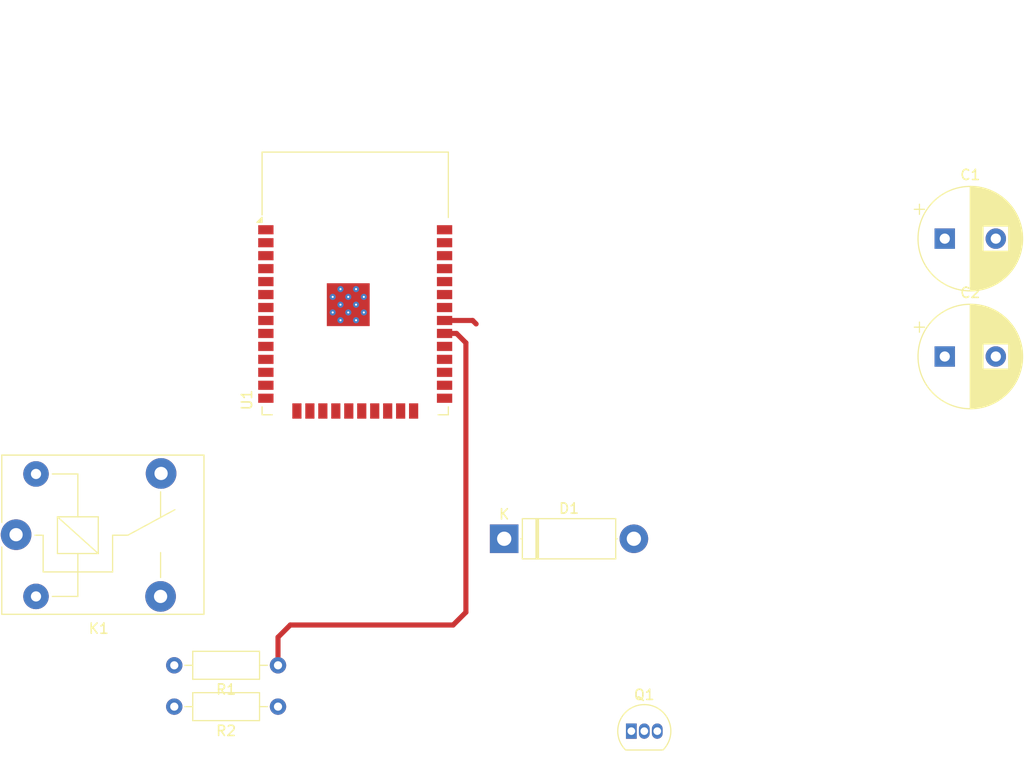
<source format=kicad_pcb>
(kicad_pcb (version 20240108) (generator "pcbnew") (generator_version "8.0")
  (layers (0 "F.Cu" signal) (31 "B.Cu" signal) (34 "B.Paste" user) (35 "F.Paste" user) (36 "B.SilkS" user "B.Silkscreen") (37 "F.SilkS" user "F.Silkscreen") (38 "B.Mask" user) (39 "F.Mask" user) (44 "Edge.Cuts" user))
  (net 0 "")
  (net 1 "5V")
  (net 2 "GND")
  (net 3 "VCC")
  (net 4 "NO")
  (net 5 "COM")
  (net 6 "IN")
  (net 7 "BASE")
  (net 8 "GPIO")
  (net 9 "GPIO2")
  (footprint "Capacitor_THT:CP_Radial_D10.0mm_P5.00mm" (layer "F.Cu") (at 139.694646 54.19)
    (property "Reference" "C2" (at 2.5 -6.25 0) (layer "F.SilkS"))
    (property "Value" "100nF")
    (fp_line (start -2.979646 -2.875) (end -1.979646 -2.875) (stroke (width 0.12)) (layer "F.SilkS"))
    (fp_line (start -2.479646 -3.375) (end -2.479646 -2.375) (stroke (width 0.12)) (layer "F.SilkS"))
    (fp_line (start 2.5 -5.08) (end 2.5 5.08) (stroke (width 0.12)) (layer "F.SilkS"))
    (fp_line (start 2.54 -5.08) (end 2.54 5.08) (stroke (width 0.12)) (layer "F.SilkS"))
    (fp_line (start 2.58 -5.08) (end 2.58 5.08) (stroke (width 0.12)) (layer "F.SilkS"))
    (fp_line (start 2.62 -5.079) (end 2.62 5.079) (stroke (width 0.12)) (layer "F.SilkS"))
    (fp_line (start 2.66 -5.078) (end 2.66 5.078) (stroke (width 0.12)) (layer "F.SilkS"))
    (fp_line (start 2.7 -5.077) (end 2.7 5.077) (stroke (width 0.12)) (layer "F.SilkS"))
    (fp_line (start 2.74 -5.075) (end 2.74 5.075) (stroke (width 0.12)) (layer "F.SilkS"))
    (fp_line (start 2.78 -5.073) (end 2.78 5.073) (stroke (width 0.12)) (layer "F.SilkS"))
    (fp_line (start 2.82 -5.07) (end 2.82 5.07) (stroke (width 0.12)) (layer "F.SilkS"))
    (fp_line (start 2.86 -5.068) (end 2.86 5.068) (stroke (width 0.12)) (layer "F.SilkS"))
    (fp_line (start 2.9 -5.065) (end 2.9 5.065) (stroke (width 0.12)) (layer "F.SilkS"))
    (fp_line (start 2.94 -5.062) (end 2.94 5.062) (stroke (width 0.12)) (layer "F.SilkS"))
    (fp_line (start 2.98 -5.058) (end 2.98 5.058) (stroke (width 0.12)) (layer "F.SilkS"))
    (fp_line (start 3.02 -5.054) (end 3.02 5.054) (stroke (width 0.12)) (layer "F.SilkS"))
    (fp_line (start 3.06 -5.05) (end 3.06 5.05) (stroke (width 0.12)) (layer "F.SilkS"))
    (fp_line (start 3.1 -5.045) (end 3.1 5.045) (stroke (width 0.12)) (layer "F.SilkS"))
    (fp_line (start 3.14 -5.04) (end 3.14 5.04) (stroke (width 0.12)) (layer "F.SilkS"))
    (fp_line (start 3.18 -5.035) (end 3.18 5.035) (stroke (width 0.12)) (layer "F.SilkS"))
    (fp_line (start 3.221 -5.03) (end 3.221 5.03) (stroke (width 0.12)) (layer "F.SilkS"))
    (fp_line (start 3.261 -5.024) (end 3.261 5.024) (stroke (width 0.12)) (layer "F.SilkS"))
    (fp_line (start 3.301 -5.018) (end 3.301 5.018) (stroke (width 0.12)) (layer "F.SilkS"))
    (fp_line (start 3.341 -5.011) (end 3.341 5.011) (stroke (width 0.12)) (layer "F.SilkS"))
    (fp_line (start 3.381 -5.004) (end 3.381 5.004) (stroke (width 0.12)) (layer "F.SilkS"))
    (fp_line (start 3.421 -4.997) (end 3.421 4.997) (stroke (width 0.12)) (layer "F.SilkS"))
    (fp_line (start 3.461 -4.99) (end 3.461 4.99) (stroke (width 0.12)) (layer "F.SilkS"))
    (fp_line (start 3.501 -4.982) (end 3.501 4.982) (stroke (width 0.12)) (layer "F.SilkS"))
    (fp_line (start 3.541 -4.974) (end 3.541 4.974) (stroke (width 0.12)) (layer "F.SilkS"))
    (fp_line (start 3.581 -4.965) (end 3.581 4.965) (stroke (width 0.12)) (layer "F.SilkS"))
    (fp_line (start 3.621 -4.956) (end 3.621 4.956) (stroke (width 0.12)) (layer "F.SilkS"))
    (fp_line (start 3.661 -4.947) (end 3.661 4.947) (stroke (width 0.12)) (layer "F.SilkS"))
    (fp_line (start 3.701 -4.938) (end 3.701 4.938) (stroke (width 0.12)) (layer "F.SilkS"))
    (fp_line (start 3.741 -4.928) (end 3.741 4.928) (stroke (width 0.12)) (layer "F.SilkS"))
    (fp_line (start 3.781 -4.918) (end 3.781 -1.241) (stroke (width 0.12)) (layer "F.SilkS"))
    (fp_line (start 3.781 1.241) (end 3.781 4.918) (stroke (width 0.12)) (layer "F.SilkS"))
    (fp_line (start 3.821 -4.907) (end 3.821 -1.241) (stroke (width 0.12)) (layer "F.SilkS"))
    (fp_line (start 3.821 1.241) (end 3.821 4.907) (stroke (width 0.12)) (layer "F.SilkS"))
    (fp_line (start 3.861 -4.897) (end 3.861 -1.241) (stroke (width 0.12)) (layer "F.SilkS"))
    (fp_line (start 3.861 1.241) (end 3.861 4.897) (stroke (width 0.12)) (layer "F.SilkS"))
    (fp_line (start 3.901 -4.885) (end 3.901 -1.241) (stroke (width 0.12)) (layer "F.SilkS"))
    (fp_line (start 3.901 1.241) (end 3.901 4.885) (stroke (width 0.12)) (layer "F.SilkS"))
    (fp_line (start 3.941 -4.874) (end 3.941 -1.241) (stroke (width 0.12)) (layer "F.SilkS"))
    (fp_line (start 3.941 1.241) (end 3.941 4.874) (stroke (width 0.12)) (layer "F.SilkS"))
    (fp_line (start 3.981 -4.862) (end 3.981 -1.241) (stroke (width 0.12)) (layer "F.SilkS"))
    (fp_line (start 3.981 1.241) (end 3.981 4.862) (stroke (width 0.12)) (layer "F.SilkS"))
    (fp_line (start 4.021 -4.85) (end 4.021 -1.241) (stroke (width 0.12)) (layer "F.SilkS"))
    (fp_line (start 4.021 1.241) (end 4.021 4.85) (stroke (width 0.12)) (layer "F.SilkS"))
    (fp_line (start 4.061 -4.837) (end 4.061 -1.241) (stroke (width 0.12)) (layer "F.SilkS"))
    (fp_line (start 4.061 1.241) (end 4.061 4.837) (stroke (width 0.12)) (layer "F.SilkS"))
    (fp_line (start 4.101 -4.824) (end 4.101 -1.241) (stroke (width 0.12)) (layer "F.SilkS"))
    (fp_line (start 4.101 1.241) (end 4.101 4.824) (stroke (width 0.12)) (layer "F.SilkS"))
    (fp_line (start 4.141 -4.811) (end 4.141 -1.241) (stroke (width 0.12)) (layer "F.SilkS"))
    (fp_line (start 4.141 1.241) (end 4.141 4.811) (stroke (width 0.12)) (layer "F.SilkS"))
    (fp_line (start 4.181 -4.797) (end 4.181 -1.241) (stroke (width 0.12)) (layer "F.SilkS"))
    (fp_line (start 4.181 1.241) (end 4.181 4.797) (stroke (width 0.12)) (layer "F.SilkS"))
    (fp_line (start 4.221 -4.783) (end 4.221 -1.241) (stroke (width 0.12)) (layer "F.SilkS"))
    (fp_line (start 4.221 1.241) (end 4.221 4.783) (stroke (width 0.12)) (layer "F.SilkS"))
    (fp_line (start 4.261 -4.768) (end 4.261 -1.241) (stroke (width 0.12)) (layer "F.SilkS"))
    (fp_line (start 4.261 1.241) (end 4.261 4.768) (stroke (width 0.12)) (layer "F.SilkS"))
    (fp_line (start 4.301 -4.754) (end 4.301 -1.241) (stroke (width 0.12)) (layer "F.SilkS"))
    (fp_line (start 4.301 1.241) (end 4.301 4.754) (stroke (width 0.12)) (layer "F.SilkS"))
    (fp_line (start 4.341 -4.738) (end 4.341 -1.241) (stroke (width 0.12)) (layer "F.SilkS"))
    (fp_line (start 4.341 1.241) (end 4.341 4.738) (stroke (width 0.12)) (layer "F.SilkS"))
    (fp_line (start 4.381 -4.723) (end 4.381 -1.241) (stroke (width 0.12)) (layer "F.SilkS"))
    (fp_line (start 4.381 1.241) (end 4.381 4.723) (stroke (width 0.12)) (layer "F.SilkS"))
    (fp_line (start 4.421 -4.707) (end 4.421 -1.241) (stroke (width 0.12)) (layer "F.SilkS"))
    (fp_line (start 4.421 1.241) (end 4.421 4.707) (stroke (width 0.12)) (layer "F.SilkS"))
    (fp_line (start 4.461 -4.69) (end 4.461 -1.241) (stroke (width 0.12)) (layer "F.SilkS"))
    (fp_line (start 4.461 1.241) (end 4.461 4.69) (stroke (width 0.12)) (layer "F.SilkS"))
    (fp_line (start 4.501 -4.674) (end 4.501 -1.241) (stroke (width 0.12)) (layer "F.SilkS"))
    (fp_line (start 4.501 1.241) (end 4.501 4.674) (stroke (width 0.12)) (layer "F.SilkS"))
    (fp_line (start 4.541 -4.657) (end 4.541 -1.241) (stroke (width 0.12)) (layer "F.SilkS"))
    (fp_line (start 4.541 1.241) (end 4.541 4.657) (stroke (width 0.12)) (layer "F.SilkS"))
    (fp_line (start 4.581 -4.639) (end 4.581 -1.241) (stroke (width 0.12)) (layer "F.SilkS"))
    (fp_line (start 4.581 1.241) (end 4.581 4.639) (stroke (width 0.12)) (layer "F.SilkS"))
    (fp_line (start 4.621 -4.621) (end 4.621 -1.241) (stroke (width 0.12)) (layer "F.SilkS"))
    (fp_line (start 4.621 1.241) (end 4.621 4.621) (stroke (width 0.12)) (layer "F.SilkS"))
    (fp_line (start 4.661 -4.603) (end 4.661 -1.241) (stroke (width 0.12)) (layer "F.SilkS"))
    (fp_line (start 4.661 1.241) (end 4.661 4.603) (stroke (width 0.12)) (layer "F.SilkS"))
    (fp_line (start 4.701 -4.584) (end 4.701 -1.241) (stroke (width 0.12)) (layer "F.SilkS"))
    (fp_line (start 4.701 1.241) (end 4.701 4.584) (stroke (width 0.12)) (layer "F.SilkS"))
    (fp_line (start 4.741 -4.564) (end 4.741 -1.241) (stroke (width 0.12)) (layer "F.SilkS"))
    (fp_line (start 4.741 1.241) (end 4.741 4.564) (stroke (width 0.12)) (layer "F.SilkS"))
    (fp_line (start 4.781 -4.545) (end 4.781 -1.241) (stroke (width 0.12)) (layer "F.SilkS"))
    (fp_line (start 4.781 1.241) (end 4.781 4.545) (stroke (width 0.12)) (layer "F.SilkS"))
    (fp_line (start 4.821 -4.525) (end 4.821 -1.241) (stroke (width 0.12)) (layer "F.SilkS"))
    (fp_line (start 4.821 1.241) (end 4.821 4.525) (stroke (width 0.12)) (layer "F.SilkS"))
    (fp_line (start 4.861 -4.504) (end 4.861 -1.241) (stroke (width 0.12)) (layer "F.SilkS"))
    (fp_line (start 4.861 1.241) (end 4.861 4.504) (stroke (width 0.12)) (layer "F.SilkS"))
    (fp_line (start 4.901 -4.483) (end 4.901 -1.241) (stroke (width 0.12)) (layer "F.SilkS"))
    (fp_line (start 4.901 1.241) (end 4.901 4.483) (stroke (width 0.12)) (layer "F.SilkS"))
    (fp_line (start 4.941 -4.462) (end 4.941 -1.241) (stroke (width 0.12)) (layer "F.SilkS"))
    (fp_line (start 4.941 1.241) (end 4.941 4.462) (stroke (width 0.12)) (layer "F.SilkS"))
    (fp_line (start 4.981 -4.44) (end 4.981 -1.241) (stroke (width 0.12)) (layer "F.SilkS"))
    (fp_line (start 4.981 1.241) (end 4.981 4.44) (stroke (width 0.12)) (layer "F.SilkS"))
    (fp_line (start 5.021 -4.417) (end 5.021 -1.241) (stroke (width 0.12)) (layer "F.SilkS"))
    (fp_line (start 5.021 1.241) (end 5.021 4.417) (stroke (width 0.12)) (layer "F.SilkS"))
    (fp_line (start 5.061 -4.395) (end 5.061 -1.241) (stroke (width 0.12)) (layer "F.SilkS"))
    (fp_line (start 5.061 1.241) (end 5.061 4.395) (stroke (width 0.12)) (layer "F.SilkS"))
    (fp_line (start 5.101 -4.371) (end 5.101 -1.241) (stroke (width 0.12)) (layer "F.SilkS"))
    (fp_line (start 5.101 1.241) (end 5.101 4.371) (stroke (width 0.12)) (layer "F.SilkS"))
    (fp_line (start 5.141 -4.347) (end 5.141 -1.241) (stroke (width 0.12)) (layer "F.SilkS"))
    (fp_line (start 5.141 1.241) (end 5.141 4.347) (stroke (width 0.12)) (layer "F.SilkS"))
    (fp_line (start 5.181 -4.323) (end 5.181 -1.241) (stroke (width 0.12)) (layer "F.SilkS"))
    (fp_line (start 5.181 1.241) (end 5.181 4.323) (stroke (width 0.12)) (layer "F.SilkS"))
    (fp_line (start 5.221 -4.298) (end 5.221 -1.241) (stroke (width 0.12)) (layer "F.SilkS"))
    (fp_line (start 5.221 1.241) (end 5.221 4.298) (stroke (width 0.12)) (layer "F.SilkS"))
    (fp_line (start 5.261 -4.273) (end 5.261 -1.241) (stroke (width 0.12)) (layer "F.SilkS"))
    (fp_line (start 5.261 1.241) (end 5.261 4.273) (stroke (width 0.12)) (layer "F.SilkS"))
    (fp_line (start 5.301 -4.247) (end 5.301 -1.241) (stroke (width 0.12)) (layer "F.SilkS"))
    (fp_line (start 5.301 1.241) (end 5.301 4.247) (stroke (width 0.12)) (layer "F.SilkS"))
    (fp_line (start 5.341 -4.221) (end 5.341 -1.241) (stroke (width 0.12)) (layer "F.SilkS"))
    (fp_line (start 5.341 1.241) (end 5.341 4.221) (stroke (width 0.12)) (layer "F.SilkS"))
    (fp_line (start 5.381 -4.194) (end 5.381 -1.241) (stroke (width 0.12)) (layer "F.SilkS"))
    (fp_line (start 5.381 1.241) (end 5.381 4.194) (stroke (width 0.12)) (layer "F.SilkS"))
    (fp_line (start 5.421 -4.166) (end 5.421 -1.241) (stroke (width 0.12)) (layer "F.SilkS"))
    (fp_line (start 5.421 1.241) (end 5.421 4.166) (stroke (width 0.12)) (layer "F.SilkS"))
    (fp_line (start 5.461 -4.138) (end 5.461 -1.241) (stroke (width 0.12)) (layer "F.SilkS"))
    (fp_line (start 5.461 1.241) (end 5.461 4.138) (stroke (width 0.12)) (layer "F.SilkS"))
    (fp_line (start 5.501 -4.11) (end 5.501 -1.241) (stroke (width 0.12)) (layer "F.SilkS"))
    (fp_line (start 5.501 1.241) (end 5.501 4.11) (stroke (width 0.12)) (layer "F.SilkS"))
    (fp_line (start 5.541 -4.08) (end 5.541 -1.241) (stroke (width 0.12)) (layer "F.SilkS"))
    (fp_line (start 5.541 1.241) (end 5.541 4.08) (stroke (width 0.12)) (layer "F.SilkS"))
    (fp_line (start 5.581 -4.05) (end 5.581 -1.241) (stroke (width 0.12)) (layer "F.SilkS"))
    (fp_line (start 5.581 1.241) (end 5.581 4.05) (stroke (width 0.12)) (layer "F.SilkS"))
    (fp_line (start 5.621 -4.02) (end 5.621 -1.241) (stroke (width 0.12)) (layer "F.SilkS"))
    (fp_line (start 5.621 1.241) (end 5.621 4.02) (stroke (width 0.12)) (layer "F.SilkS"))
    (fp_line (start 5.661 -3.989) (end 5.661 -1.241) (stroke (width 0.12)) (layer "F.SilkS"))
    (fp_line (start 5.661 1.241) (end 5.661 3.989) (stroke (width 0.12)) (layer "F.SilkS"))
    (fp_line (start 5.701 -3.957) (end 5.701 -1.241) (stroke (width 0.12)) (layer "F.SilkS"))
    (fp_line (start 5.701 1.241) (end 5.701 3.957) (stroke (width 0.12)) (layer "F.SilkS"))
    (fp_line (start 5.741 -3.925) (end 5.741 -1.241) (stroke (width 0.12)) (layer "F.SilkS"))
    (fp_line (start 5.741 1.241) (end 5.741 3.925) (stroke (width 0.12)) (layer "F.SilkS"))
    (fp_line (start 5.781 -3.892) (end 5.781 -1.241) (stroke (width 0.12)) (layer "F.SilkS"))
    (fp_line (start 5.781 1.241) (end 5.781 3.892) (stroke (width 0.12)) (layer "F.SilkS"))
    (fp_line (start 5.821 -3.858) (end 5.821 -1.241) (stroke (width 0.12)) (layer "F.SilkS"))
    (fp_line (start 5.821 1.241) (end 5.821 3.858) (stroke (width 0.12)) (layer "F.SilkS"))
    (fp_line (start 5.861 -3.824) (end 5.861 -1.241) (stroke (width 0.12)) (layer "F.SilkS"))
    (fp_line (start 5.861 1.241) (end 5.861 3.824) (stroke (width 0.12)) (layer "F.SilkS"))
    (fp_line (start 5.901 -3.789) (end 5.901 -1.241) (stroke (width 0.12)) (layer "F.SilkS"))
    (fp_line (start 5.901 1.241) (end 5.901 3.789) (stroke (width 0.12)) (layer "F.SilkS"))
    (fp_line (start 5.941 -3.753) (end 5.941 -1.241) (stroke (width 0.12)) (layer "F.SilkS"))
    (fp_line (start 5.941 1.241) (end 5.941 3.753) (stroke (width 0.12)) (layer "F.SilkS"))
    (fp_line (start 5.981 -3.716) (end 5.981 -1.241) (stroke (width 0.12)) (layer "F.SilkS"))
    (fp_line (start 5.981 1.241) (end 5.981 3.716) (stroke (width 0.12)) (layer "F.SilkS"))
    (fp_line (start 6.021 -3.679) (end 6.021 -1.241) (stroke (width 0.12)) (layer "F.SilkS"))
    (fp_line (start 6.021 1.241) (end 6.021 3.679) (stroke (width 0.12)) (layer "F.SilkS"))
    (fp_line (start 6.061 -3.64) (end 6.061 -1.241) (stroke (width 0.12)) (layer "F.SilkS"))
    (fp_line (start 6.061 1.241) (end 6.061 3.64) (stroke (width 0.12)) (layer "F.SilkS"))
    (fp_line (start 6.101 -3.601) (end 6.101 -1.241) (stroke (width 0.12)) (layer "F.SilkS"))
    (fp_line (start 6.101 1.241) (end 6.101 3.601) (stroke (width 0.12)) (layer "F.SilkS"))
    (fp_line (start 6.141 -3.561) (end 6.141 -1.241) (stroke (width 0.12)) (layer "F.SilkS"))
    (fp_line (start 6.141 1.241) (end 6.141 3.561) (stroke (width 0.12)) (layer "F.SilkS"))
    (fp_line (start 6.181 -3.52) (end 6.181 -1.241) (stroke (width 0.12)) (layer "F.SilkS"))
    (fp_line (start 6.181 1.241) (end 6.181 3.52) (stroke (width 0.12)) (layer "F.SilkS"))
    (fp_line (start 6.221 -3.478) (end 6.221 -1.241) (stroke (width 0.12)) (layer "F.SilkS"))
    (fp_line (start 6.221 1.241) (end 6.221 3.478) (stroke (width 0.12)) (layer "F.SilkS"))
    (fp_line (start 6.261 -3.436) (end 6.261 3.436) (stroke (width 0.12)) (layer "F.SilkS"))
    (fp_line (start 6.301 -3.392) (end 6.301 3.392) (stroke (width 0.12)) (layer "F.SilkS"))
    (fp_line (start 6.341 -3.347) (end 6.341 3.347) (stroke (width 0.12)) (layer "F.SilkS"))
    (fp_line (start 6.381 -3.301) (end 6.381 3.301) (stroke (width 0.12)) (layer "F.SilkS"))
    (fp_line (start 6.421 -3.254) (end 6.421 3.254) (stroke (width 0.12)) (layer "F.SilkS"))
    (fp_line (start 6.461 -3.206) (end 6.461 3.206) (stroke (width 0.12)) (layer "F.SilkS"))
    (fp_line (start 6.501 -3.156) (end 6.501 3.156) (stroke (width 0.12)) (layer "F.SilkS"))
    (fp_line (start 6.541 -3.106) (end 6.541 3.106) (stroke (width 0.12)) (layer "F.SilkS"))
    (fp_line (start 6.581 -3.054) (end 6.581 3.054) (stroke (width 0.12)) (layer "F.SilkS"))
    (fp_line (start 6.621 -3) (end 6.621 3) (stroke (width 0.12)) (layer "F.SilkS"))
    (fp_line (start 6.661 -2.945) (end 6.661 2.945) (stroke (width 0.12)) (layer "F.SilkS"))
    (fp_line (start 6.701 -2.889) (end 6.701 2.889) (stroke (width 0.12)) (layer "F.SilkS"))
    (fp_line (start 6.741 -2.83) (end 6.741 2.83) (stroke (width 0.12)) (layer "F.SilkS"))
    (fp_line (start 6.781 -2.77) (end 6.781 2.77) (stroke (width 0.12)) (layer "F.SilkS"))
    (fp_line (start 6.821 -2.709) (end 6.821 2.709) (stroke (width 0.12)) (layer "F.SilkS"))
    (fp_line (start 6.861 -2.645) (end 6.861 2.645) (stroke (width 0.12)) (layer "F.SilkS"))
    (fp_line (start 6.901 -2.579) (end 6.901 2.579) (stroke (width 0.12)) (layer "F.SilkS"))
    (fp_line (start 6.941 -2.51) (end 6.941 2.51) (stroke (width 0.12)) (layer "F.SilkS"))
    (fp_line (start 6.981 -2.439) (end 6.981 2.439) (stroke (width 0.12)) (layer "F.SilkS"))
    (fp_line (start 7.021 -2.365) (end 7.021 2.365) (stroke (width 0.12)) (layer "F.SilkS"))
    (fp_line (start 7.061 -2.289) (end 7.061 2.289) (stroke (width 0.12)) (layer "F.SilkS"))
    (fp_line (start 7.101 -2.209) (end 7.101 2.209) (stroke (width 0.12)) (layer "F.SilkS"))
    (fp_line (start 7.141 -2.125) (end 7.141 2.125) (stroke (width 0.12)) (layer "F.SilkS"))
    (fp_line (start 7.181 -2.037) (end 7.181 2.037) (stroke (width 0.12)) (layer "F.SilkS"))
    (fp_line (start 7.221 -1.944) (end 7.221 1.944) (stroke (width 0.12)) (layer "F.SilkS"))
    (fp_line (start 7.261 -1.846) (end 7.261 1.846) (stroke (width 0.12)) (layer "F.SilkS"))
    (fp_line (start 7.301 -1.742) (end 7.301 1.742) (stroke (width 0.12)) (layer "F.SilkS"))
    (fp_line (start 7.341 -1.63) (end 7.341 1.63) (stroke (width 0.12)) (layer "F.SilkS"))
    (fp_line (start 7.381 -1.51) (end 7.381 1.51) (stroke (width 0.12)) (layer "F.SilkS"))
    (fp_line (start 7.421 -1.378) (end 7.421 1.378) (stroke (width 0.12)) (layer "F.SilkS"))
    (fp_line (start 7.461 -1.23) (end 7.461 1.23) (stroke (width 0.12)) (layer "F.SilkS"))
    (fp_line (start 7.501 -1.062) (end 7.501 1.062) (stroke (width 0.12)) (layer "F.SilkS"))
    (fp_line (start 7.541 -0.862) (end 7.541 0.862) (stroke (width 0.12)) (layer "F.SilkS"))
    (fp_line (start 7.581 -0.599) (end 7.581 0.599) (stroke (width 0.12)) (layer "F.SilkS"))
    (fp_circle (center 2.5 0) (end 7.62 0) (stroke (width 0.12)) (fill none) (layer "F.SilkS"))
    (pad "1" thru_hole rect (at 0 0) (size 2 2) (drill 1) (layers "*.Cu" "*.Mask") (net 3 "VCC"))
    (pad "2" thru_hole circle (at 5 0) (size 2 2) (drill 1) (layers "*.Cu" "*.Mask") (net 2 "GND"))
  )
  (footprint "Resistor_THT:R_Axial_DIN0207_L6.3mm_D2.5mm_P10.16mm_Horizontal" (layer "F.Cu") (at 74.4 84.45 180)
    (property "Reference" "R1" (at 5.08 -2.37 180) (layer "F.SilkS"))
    (property "Value" "1k")
    (fp_line (start 9.12 0) (end 8.35 0) (stroke (width 0.12)) (layer "F.SilkS"))
    (fp_line (start 8.35 1.37) (end 8.35 -1.37) (stroke (width 0.12)) (layer "F.SilkS"))
    (fp_line (start 8.35 -1.37) (end 1.81 -1.37) (stroke (width 0.12)) (layer "F.SilkS"))
    (fp_line (start 1.81 1.37) (end 8.35 1.37) (stroke (width 0.12)) (layer "F.SilkS"))
    (fp_line (start 1.81 -1.37) (end 1.81 1.37) (stroke (width 0.12)) (layer "F.SilkS"))
    (fp_line (start 1.04 0) (end 1.81 0) (stroke (width 0.12)) (layer "F.SilkS"))
    (pad "1" thru_hole circle (at 0 0 180) (size 1.6 1.6) (drill 0.8) (layers "*.Cu" "*.Mask") (net 8 "GPIO"))
    (pad "2" thru_hole oval (at 10.16 0 180) (size 1.6 1.6) (drill 0.8) (layers "*.Cu" "*.Mask") (net 7 "BASE"))
  )
  (footprint "Diode_THT:D_5W_P12.70mm_Horizontal" (layer "F.Cu") (at 96.55 72.05)
    (property "Reference" "D1" (at 6.35 -2.97 0) (layer "F.SilkS"))
    (property "Value" "D")
    (fp_line (start 1.64 0) (end 1.78 0) (stroke (width 0.12)) (layer "F.SilkS"))
    (fp_line (start 1.78 -1.97) (end 1.78 1.97) (stroke (width 0.12)) (layer "F.SilkS"))
    (fp_line (start 1.78 1.97) (end 10.92 1.97) (stroke (width 0.12)) (layer "F.SilkS"))
    (fp_line (start 3.115 -1.97) (end 3.115 1.97) (stroke (width 0.12)) (layer "F.SilkS"))
    (fp_line (start 3.235 -1.97) (end 3.235 1.97) (stroke (width 0.12)) (layer "F.SilkS"))
    (fp_line (start 3.355 -1.97) (end 3.355 1.97) (stroke (width 0.12)) (layer "F.SilkS"))
    (fp_line (start 10.92 -1.97) (end 1.78 -1.97) (stroke (width 0.12)) (layer "F.SilkS"))
    (fp_line (start 10.92 1.97) (end 10.92 -1.97) (stroke (width 0.12)) (layer "F.SilkS"))
    (fp_line (start 11.06 0) (end 10.92 0) (stroke (width 0.12)) (layer "F.SilkS"))
    (fp_text user "K" (at 0 -2.4 0) (layer "F.SilkS"))
    (pad "1" thru_hole rect (at 0 0) (size 2.8 2.8) (drill 1.4) (layers "*.Cu" "*.Mask") (net 4 "NO"))
    (pad "2" thru_hole oval (at 12.7 0) (size 2.8 2.8) (drill 1.4) (layers "*.Cu" "*.Mask") (net 5 "COM"))
  )
  (footprint "RF_Module:ESP32-WROOM-32" (layer "F.Cu") (at 81.96 50.02)
    (property "Reference" "U1" (at -10.61 8.43 90) (layer "F.SilkS"))
    (property "Value" "ESP32-WROOM-32")
    (fp_line (start -9.12 -15.86) (end -9.12 -9.7) (stroke (width 0.12)) (layer "F.SilkS"))
    (fp_line (start -9.12 -15.86) (end 9.12 -15.86) (stroke (width 0.12)) (layer "F.SilkS"))
    (fp_line (start -9.12 9.1) (end -9.12 9.88) (stroke (width 0.12)) (layer "F.SilkS"))
    (fp_line (start -9.12 9.88) (end -8.12 9.88) (stroke (width 0.12)) (layer "F.SilkS"))
    (fp_line (start 9.12 -15.86) (end 9.12 -9.445) (stroke (width 0.12)) (layer "F.SilkS"))
    (fp_line (start 9.12 9.1) (end 9.12 9.88) (stroke (width 0.12)) (layer "F.SilkS"))
    (fp_line (start 9.12 9.88) (end 8.12 9.88) (stroke (width 0.12)) (layer "F.SilkS"))
    (fp_poly (pts (xy -9.125 -8.975) (xy -9.625 -8.975) (xy -9.125 -9.475) (xy -9.125 -8.975)) (stroke (width 0.12)) (fill solid) (layer "F.SilkS"))
    (pad "1" smd rect (at -8.75 -8.25) (size 1.5 0.9) (layers "F.Cu" "F.Paste" "F.Mask") (net 2 "GND"))
    (pad "2" smd rect (at -8.75 -6.98) (size 1.5 0.9) (layers "F.Cu" "F.Paste" "F.Mask") (net 3 "VCC"))
    (pad "3" smd rect (at -8.75 -5.71) (size 1.5 0.9) (layers "F.Cu" "F.Paste" "F.Mask"))
    (pad "4" smd rect (at -8.75 -4.44) (size 1.5 0.9) (layers "F.Cu" "F.Paste" "F.Mask"))
    (pad "5" smd rect (at -8.75 -3.17) (size 1.5 0.9) (layers "F.Cu" "F.Paste" "F.Mask"))
    (pad "6" smd rect (at -8.75 -1.9) (size 1.5 0.9) (layers "F.Cu" "F.Paste" "F.Mask"))
    (pad "7" smd rect (at -8.75 -0.63) (size 1.5 0.9) (layers "F.Cu" "F.Paste" "F.Mask"))
    (pad "8" smd rect (at -8.75 0.64) (size 1.5 0.9) (layers "F.Cu" "F.Paste" "F.Mask"))
    (pad "9" smd rect (at -8.75 1.91) (size 1.5 0.9) (layers "F.Cu" "F.Paste" "F.Mask"))
    (pad "10" smd rect (at -8.75 3.18) (size 1.5 0.9) (layers "F.Cu" "F.Paste" "F.Mask"))
    (pad "11" smd rect (at -8.75 4.45) (size 1.5 0.9) (layers "F.Cu" "F.Paste" "F.Mask"))
    (pad "12" smd rect (at -8.75 5.72) (size 1.5 0.9) (layers "F.Cu" "F.Paste" "F.Mask"))
    (pad "13" smd rect (at -8.75 6.99) (size 1.5 0.9) (layers "F.Cu" "F.Paste" "F.Mask"))
    (pad "14" smd rect (at -8.75 8.26) (size 1.5 0.9) (layers "F.Cu" "F.Paste" "F.Mask"))
    (pad "15" smd rect (at -5.71 9.51 90) (size 1.5 0.9) (layers "F.Cu" "F.Paste" "F.Mask") (net 2 "GND"))
    (pad "16" smd rect (at -4.44 9.51 90) (size 1.5 0.9) (layers "F.Cu" "F.Paste" "F.Mask"))
    (pad "17" smd rect (at -3.17 9.51 90) (size 1.5 0.9) (layers "F.Cu" "F.Paste" "F.Mask"))
    (pad "18" smd rect (at -1.9 9.51 90) (size 1.5 0.9) (layers "F.Cu" "F.Paste" "F.Mask"))
    (pad "19" smd rect (at -0.63 9.51 90) (size 1.5 0.9) (layers "F.Cu" "F.Paste" "F.Mask"))
    (pad "20" smd rect (at 0.64 9.51 90) (size 1.5 0.9) (layers "F.Cu" "F.Paste" "F.Mask"))
    (pad "21" smd rect (at 1.91 9.51 90) (size 1.5 0.9) (layers "F.Cu" "F.Paste" "F.Mask"))
    (pad "22" smd rect (at 3.18 9.51 90) (size 1.5 0.9) (layers "F.Cu" "F.Paste" "F.Mask"))
    (pad "23" smd rect (at 4.45 9.51 90) (size 1.5 0.9) (layers "F.Cu" "F.Paste" "F.Mask"))
    (pad "24" smd rect (at 5.72 9.51 90) (size 1.5 0.9) (layers "F.Cu" "F.Paste" "F.Mask"))
    (pad "25" smd rect (at 8.75 8.26) (size 1.5 0.9) (layers "F.Cu" "F.Paste" "F.Mask"))
    (pad "26" smd rect (at 8.75 6.99) (size 1.5 0.9) (layers "F.Cu" "F.Paste" "F.Mask"))
    (pad "27" smd rect (at 8.75 5.72) (size 1.5 0.9) (layers "F.Cu" "F.Paste" "F.Mask"))
    (pad "28" smd rect (at 8.75 4.45) (size 1.5 0.9) (layers "F.Cu" "F.Paste" "F.Mask"))
    (pad "29" smd rect (at 8.75 3.18) (size 1.5 0.9) (layers "F.Cu" "F.Paste" "F.Mask"))
    (pad "30" smd rect (at 8.75 1.91) (size 1.5 0.9) (layers "F.Cu" "F.Paste" "F.Mask") (net 8 "GPIO"))
    (pad "31" smd rect (at 8.75 0.64) (size 1.5 0.9) (layers "F.Cu" "F.Paste" "F.Mask") (net 9 "GPIO2"))
    (pad "32" smd rect (at 8.75 -0.63) (size 1.5 0.9) (layers "F.Cu" "F.Paste" "F.Mask"))
    (pad "33" smd rect (at 8.75 -1.9) (size 1.5 0.9) (layers "F.Cu" "F.Paste" "F.Mask"))
    (pad "34" smd rect (at 8.75 -3.17) (size 1.5 0.9) (layers "F.Cu" "F.Paste" "F.Mask"))
    (pad "35" smd rect (at 8.75 -4.44) (size 1.5 0.9) (layers "F.Cu" "F.Paste" "F.Mask"))
    (pad "36" smd rect (at 8.75 -5.71) (size 1.5 0.9) (layers "F.Cu" "F.Paste" "F.Mask"))
    (pad "37" smd rect (at 8.75 -6.98) (size 1.5 0.9) (layers "F.Cu" "F.Paste" "F.Mask"))
    (pad "38" smd rect (at 8.75 -8.25) (size 1.5 0.9) (layers "F.Cu" "F.Paste" "F.Mask") (net 2 "GND"))
    (pad "39" smd rect (at -2.205 -2.435) (size 1.05 1.05) (layers "F.Cu" "F.Paste") (net 2 "GND"))
    (pad "39" thru_hole circle (at -2.205 -1.6725) (size 0.6 0.6) (drill 0.2) (property pad_prop_heatsink) (layers "*.Cu" "F.Mask") (net 2 "GND"))
    (pad "39" smd rect (at -2.205 -0.91) (size 1.05 1.05) (layers "F.Cu" "F.Paste") (net 2 "GND"))
    (pad "39" thru_hole circle (at -2.205 -0.1475) (size 0.6 0.6) (drill 0.2) (property pad_prop_heatsink) (layers "*.Cu" "F.Mask") (net 2 "GND"))
    (pad "39" smd rect (at -2.205 0.615) (size 1.05 1.05) (layers "F.Cu" "F.Paste") (net 2 "GND"))
    (pad "39" thru_hole circle (at -1.4425 -2.435) (size 0.6 0.6) (drill 0.2) (property pad_prop_heatsink) (layers "*.Cu" "F.Mask") (net 2 "GND"))
    (pad "39" thru_hole circle (at -1.4425 -0.91) (size 0.6 0.6) (drill 0.2) (property pad_prop_heatsink) (layers "*.Cu" "F.Mask") (net 2 "GND"))
    (pad "39" thru_hole circle (at -1.4425 0.615) (size 0.6 0.6) (drill 0.2) (property pad_prop_heatsink) (layers "*.Cu" "F.Mask") (net 2 "GND"))
    (pad "39" smd rect (at -0.68 -2.435) (size 1.05 1.05) (layers "F.Cu" "F.Paste") (net 2 "GND"))
    (pad "39" thru_hole circle (at -0.68 -1.6725) (size 0.6 0.6) (drill 0.2) (property pad_prop_heatsink) (layers "*.Cu" "F.Mask") (net 2 "GND"))
    (pad "39" smd rect (at -0.68 -0.91) (size 1.05 1.05) (layers "F.Cu" "F.Paste") (net 2 "GND"))
    (pad "39" smd rect (at -0.68 -0.91) (size 4.2 4.2) (layers "F.Cu" "F.Mask") (net 2 "GND"))
    (pad "39" thru_hole circle (at -0.68 -0.1475) (size 0.6 0.6) (drill 0.2) (property pad_prop_heatsink) (layers "*.Cu" "F.Mask") (net 2 "GND"))
    (pad "39" smd rect (at -0.68 0.615) (size 1.05 1.05) (layers "F.Cu" "F.Paste") (net 2 "GND"))
    (pad "39" thru_hole circle (at 0.0825 -2.435) (size 0.6 0.6) (drill 0.2) (property pad_prop_heatsink) (layers "*.Cu" "F.Mask") (net 2 "GND"))
    (pad "39" thru_hole circle (at 0.0825 -0.91) (size 0.6 0.6) (drill 0.2) (property pad_prop_heatsink) (layers "*.Cu" "F.Mask") (net 2 "GND"))
    (pad "39" thru_hole circle (at 0.0825 0.615) (size 0.6 0.6) (drill 0.2) (property pad_prop_heatsink) (layers "*.Cu" "F.Mask") (net 2 "GND"))
    (pad "39" smd rect (at 0.845 -2.435) (size 1.05 1.05) (layers "F.Cu" "F.Paste") (net 2 "GND"))
    (pad "39" thru_hole circle (at 0.845 -1.6725) (size 0.6 0.6) (drill 0.2) (property pad_prop_heatsink) (layers "*.Cu" "F.Mask") (net 2 "GND"))
    (pad "39" smd rect (at 0.845 -0.91) (size 1.05 1.05) (layers "F.Cu" "F.Paste") (net 2 "GND"))
    (pad "39" thru_hole circle (at 0.845 -0.1475) (size 0.6 0.6) (drill 0.2) (property pad_prop_heatsink) (layers "*.Cu" "F.Mask") (net 2 "GND"))
    (pad "39" smd rect (at 0.845 0.615) (size 1.05 1.05) (layers "F.Cu" "F.Paste") (net 2 "GND"))
  )
  (footprint "Package_TO_SOT_THT:TO-92_Inline" (layer "F.Cu") (at 109 90.9)
    (property "Reference" "Q1" (at 1.27 -3.56 0) (layer "F.SilkS"))
    (property "Value" "BC547")
    (fp_line (start -0.53 1.85) (end 3.07 1.85) (stroke (width 0.12)) (layer "F.SilkS"))
    (fp_arc (start -0.568478 1.838478) (mid -1.132087 -0.994977) (end 1.27 -2.6) (stroke (width 0.12)) (layer "F.SilkS"))
    (fp_arc (start 1.27 -2.6) (mid 3.672087 -0.994977) (end 3.108478 1.838478) (stroke (width 0.12)) (layer "F.SilkS"))
    (pad "1" thru_hole rect (at 0 0) (size 1.05 1.5) (drill 0.75) (layers "*.Cu" "*.Mask") (net 6 "IN"))
    (pad "2" thru_hole oval (at 1.27 0) (size 1.05 1.5) (drill 0.75) (layers "*.Cu" "*.Mask") (net 7 "BASE"))
    (pad "3" thru_hole oval (at 2.54 0) (size 1.05 1.5) (drill 0.75) (layers "*.Cu" "*.Mask") (net 2 "GND"))
  )
  (footprint "Capacitor_THT:CP_Radial_D10.0mm_P5.00mm" (layer "F.Cu") (at 139.694646 42.64)
    (property "Reference" "C1" (at 2.5 -6.25 0) (layer "F.SilkS"))
    (property "Value" "10µF")
    (fp_line (start -2.979646 -2.875) (end -1.979646 -2.875) (stroke (width 0.12)) (layer "F.SilkS"))
    (fp_line (start -2.479646 -3.375) (end -2.479646 -2.375) (stroke (width 0.12)) (layer "F.SilkS"))
    (fp_line (start 2.5 -5.08) (end 2.5 5.08) (stroke (width 0.12)) (layer "F.SilkS"))
    (fp_line (start 2.54 -5.08) (end 2.54 5.08) (stroke (width 0.12)) (layer "F.SilkS"))
    (fp_line (start 2.58 -5.08) (end 2.58 5.08) (stroke (width 0.12)) (layer "F.SilkS"))
    (fp_line (start 2.62 -5.079) (end 2.62 5.079) (stroke (width 0.12)) (layer "F.SilkS"))
    (fp_line (start 2.66 -5.078) (end 2.66 5.078) (stroke (width 0.12)) (layer "F.SilkS"))
    (fp_line (start 2.7 -5.077) (end 2.7 5.077) (stroke (width 0.12)) (layer "F.SilkS"))
    (fp_line (start 2.74 -5.075) (end 2.74 5.075) (stroke (width 0.12)) (layer "F.SilkS"))
    (fp_line (start 2.78 -5.073) (end 2.78 5.073) (stroke (width 0.12)) (layer "F.SilkS"))
    (fp_line (start 2.82 -5.07) (end 2.82 5.07) (stroke (width 0.12)) (layer "F.SilkS"))
    (fp_line (start 2.86 -5.068) (end 2.86 5.068) (stroke (width 0.12)) (layer "F.SilkS"))
    (fp_line (start 2.9 -5.065) (end 2.9 5.065) (stroke (width 0.12)) (layer "F.SilkS"))
    (fp_line (start 2.94 -5.062) (end 2.94 5.062) (stroke (width 0.12)) (layer "F.SilkS"))
    (fp_line (start 2.98 -5.058) (end 2.98 5.058) (stroke (width 0.12)) (layer "F.SilkS"))
    (fp_line (start 3.02 -5.054) (end 3.02 5.054) (stroke (width 0.12)) (layer "F.SilkS"))
    (fp_line (start 3.06 -5.05) (end 3.06 5.05) (stroke (width 0.12)) (layer "F.SilkS"))
    (fp_line (start 3.1 -5.045) (end 3.1 5.045) (stroke (width 0.12)) (layer "F.SilkS"))
    (fp_line (start 3.14 -5.04) (end 3.14 5.04) (stroke (width 0.12)) (layer "F.SilkS"))
    (fp_line (start 3.18 -5.035) (end 3.18 5.035) (stroke (width 0.12)) (layer "F.SilkS"))
    (fp_line (start 3.221 -5.03) (end 3.221 5.03) (stroke (width 0.12)) (layer "F.SilkS"))
    (fp_line (start 3.261 -5.024) (end 3.261 5.024) (stroke (width 0.12)) (layer "F.SilkS"))
    (fp_line (start 3.301 -5.018) (end 3.301 5.018) (stroke (width 0.12)) (layer "F.SilkS"))
    (fp_line (start 3.341 -5.011) (end 3.341 5.011) (stroke (width 0.12)) (layer "F.SilkS"))
    (fp_line (start 3.381 -5.004) (end 3.381 5.004) (stroke (width 0.12)) (layer "F.SilkS"))
    (fp_line (start 3.421 -4.997) (end 3.421 4.997) (stroke (width 0.12)) (layer "F.SilkS"))
    (fp_line (start 3.461 -4.99) (end 3.461 4.99) (stroke (width 0.12)) (layer "F.SilkS"))
    (fp_line (start 3.501 -4.982) (end 3.501 4.982) (stroke (width 0.12)) (layer "F.SilkS"))
    (fp_line (start 3.541 -4.974) (end 3.541 4.974) (stroke (width 0.12)) (layer "F.SilkS"))
    (fp_line (start 3.581 -4.965) (end 3.581 4.965) (stroke (width 0.12)) (layer "F.SilkS"))
    (fp_line (start 3.621 -4.956) (end 3.621 4.956) (stroke (width 0.12)) (layer "F.SilkS"))
    (fp_line (start 3.661 -4.947) (end 3.661 4.947) (stroke (width 0.12)) (layer "F.SilkS"))
    (fp_line (start 3.701 -4.938) (end 3.701 4.938) (stroke (width 0.12)) (layer "F.SilkS"))
    (fp_line (start 3.741 -4.928) (end 3.741 4.928) (stroke (width 0.12)) (layer "F.SilkS"))
    (fp_line (start 3.781 -4.918) (end 3.781 -1.241) (stroke (width 0.12)) (layer "F.SilkS"))
    (fp_line (start 3.781 1.241) (end 3.781 4.918) (stroke (width 0.12)) (layer "F.SilkS"))
    (fp_line (start 3.821 -4.907) (end 3.821 -1.241) (stroke (width 0.12)) (layer "F.SilkS"))
    (fp_line (start 3.821 1.241) (end 3.821 4.907) (stroke (width 0.12)) (layer "F.SilkS"))
    (fp_line (start 3.861 -4.897) (end 3.861 -1.241) (stroke (width 0.12)) (layer "F.SilkS"))
    (fp_line (start 3.861 1.241) (end 3.861 4.897) (stroke (width 0.12)) (layer "F.SilkS"))
    (fp_line (start 3.901 -4.885) (end 3.901 -1.241) (stroke (width 0.12)) (layer "F.SilkS"))
    (fp_line (start 3.901 1.241) (end 3.901 4.885) (stroke (width 0.12)) (layer "F.SilkS"))
    (fp_line (start 3.941 -4.874) (end 3.941 -1.241) (stroke (width 0.12)) (layer "F.SilkS"))
    (fp_line (start 3.941 1.241) (end 3.941 4.874) (stroke (width 0.12)) (layer "F.SilkS"))
    (fp_line (start 3.981 -4.862) (end 3.981 -1.241) (stroke (width 0.12)) (layer "F.SilkS"))
    (fp_line (start 3.981 1.241) (end 3.981 4.862) (stroke (width 0.12)) (layer "F.SilkS"))
    (fp_line (start 4.021 -4.85) (end 4.021 -1.241) (stroke (width 0.12)) (layer "F.SilkS"))
    (fp_line (start 4.021 1.241) (end 4.021 4.85) (stroke (width 0.12)) (layer "F.SilkS"))
    (fp_line (start 4.061 -4.837) (end 4.061 -1.241) (stroke (width 0.12)) (layer "F.SilkS"))
    (fp_line (start 4.061 1.241) (end 4.061 4.837) (stroke (width 0.12)) (layer "F.SilkS"))
    (fp_line (start 4.101 -4.824) (end 4.101 -1.241) (stroke (width 0.12)) (layer "F.SilkS"))
    (fp_line (start 4.101 1.241) (end 4.101 4.824) (stroke (width 0.12)) (layer "F.SilkS"))
    (fp_line (start 4.141 -4.811) (end 4.141 -1.241) (stroke (width 0.12)) (layer "F.SilkS"))
    (fp_line (start 4.141 1.241) (end 4.141 4.811) (stroke (width 0.12)) (layer "F.SilkS"))
    (fp_line (start 4.181 -4.797) (end 4.181 -1.241) (stroke (width 0.12)) (layer "F.SilkS"))
    (fp_line (start 4.181 1.241) (end 4.181 4.797) (stroke (width 0.12)) (layer "F.SilkS"))
    (fp_line (start 4.221 -4.783) (end 4.221 -1.241) (stroke (width 0.12)) (layer "F.SilkS"))
    (fp_line (start 4.221 1.241) (end 4.221 4.783) (stroke (width 0.12)) (layer "F.SilkS"))
    (fp_line (start 4.261 -4.768) (end 4.261 -1.241) (stroke (width 0.12)) (layer "F.SilkS"))
    (fp_line (start 4.261 1.241) (end 4.261 4.768) (stroke (width 0.12)) (layer "F.SilkS"))
    (fp_line (start 4.301 -4.754) (end 4.301 -1.241) (stroke (width 0.12)) (layer "F.SilkS"))
    (fp_line (start 4.301 1.241) (end 4.301 4.754) (stroke (width 0.12)) (layer "F.SilkS"))
    (fp_line (start 4.341 -4.738) (end 4.341 -1.241) (stroke (width 0.12)) (layer "F.SilkS"))
    (fp_line (start 4.341 1.241) (end 4.341 4.738) (stroke (width 0.12)) (layer "F.SilkS"))
    (fp_line (start 4.381 -4.723) (end 4.381 -1.241) (stroke (width 0.12)) (layer "F.SilkS"))
    (fp_line (start 4.381 1.241) (end 4.381 4.723) (stroke (width 0.12)) (layer "F.SilkS"))
    (fp_line (start 4.421 -4.707) (end 4.421 -1.241) (stroke (width 0.12)) (layer "F.SilkS"))
    (fp_line (start 4.421 1.241) (end 4.421 4.707) (stroke (width 0.12)) (layer "F.SilkS"))
    (fp_line (start 4.461 -4.69) (end 4.461 -1.241) (stroke (width 0.12)) (layer "F.SilkS"))
    (fp_line (start 4.461 1.241) (end 4.461 4.69) (stroke (width 0.12)) (layer "F.SilkS"))
    (fp_line (start 4.501 -4.674) (end 4.501 -1.241) (stroke (width 0.12)) (layer "F.SilkS"))
    (fp_line (start 4.501 1.241) (end 4.501 4.674) (stroke (width 0.12)) (layer "F.SilkS"))
    (fp_line (start 4.541 -4.657) (end 4.541 -1.241) (stroke (width 0.12)) (layer "F.SilkS"))
    (fp_line (start 4.541 1.241) (end 4.541 4.657) (stroke (width 0.12)) (layer "F.SilkS"))
    (fp_line (start 4.581 -4.639) (end 4.581 -1.241) (stroke (width 0.12)) (layer "F.SilkS"))
    (fp_line (start 4.581 1.241) (end 4.581 4.639) (stroke (width 0.12)) (layer "F.SilkS"))
    (fp_line (start 4.621 -4.621) (end 4.621 -1.241) (stroke (width 0.12)) (layer "F.SilkS"))
    (fp_line (start 4.621 1.241) (end 4.621 4.621) (stroke (width 0.12)) (layer "F.SilkS"))
    (fp_line (start 4.661 -4.603) (end 4.661 -1.241) (stroke (width 0.12)) (layer "F.SilkS"))
    (fp_line (start 4.661 1.241) (end 4.661 4.603) (stroke (width 0.12)) (layer "F.SilkS"))
    (fp_line (start 4.701 -4.584) (end 4.701 -1.241) (stroke (width 0.12)) (layer "F.SilkS"))
    (fp_line (start 4.701 1.241) (end 4.701 4.584) (stroke (width 0.12)) (layer "F.SilkS"))
    (fp_line (start 4.741 -4.564) (end 4.741 -1.241) (stroke (width 0.12)) (layer "F.SilkS"))
    (fp_line (start 4.741 1.241) (end 4.741 4.564) (stroke (width 0.12)) (layer "F.SilkS"))
    (fp_line (start 4.781 -4.545) (end 4.781 -1.241) (stroke (width 0.12)) (layer "F.SilkS"))
    (fp_line (start 4.781 1.241) (end 4.781 4.545) (stroke (width 0.12)) (layer "F.SilkS"))
    (fp_line (start 4.821 -4.525) (end 4.821 -1.241) (stroke (width 0.12)) (layer "F.SilkS"))
    (fp_line (start 4.821 1.241) (end 4.821 4.525) (stroke (width 0.12)) (layer "F.SilkS"))
    (fp_line (start 4.861 -4.504) (end 4.861 -1.241) (stroke (width 0.12)) (layer "F.SilkS"))
    (fp_line (start 4.861 1.241) (end 4.861 4.504) (stroke (width 0.12)) (layer "F.SilkS"))
    (fp_line (start 4.901 -4.483) (end 4.901 -1.241) (stroke (width 0.12)) (layer "F.SilkS"))
    (fp_line (start 4.901 1.241) (end 4.901 4.483) (stroke (width 0.12)) (layer "F.SilkS"))
    (fp_line (start 4.941 -4.462) (end 4.941 -1.241) (stroke (width 0.12)) (layer "F.SilkS"))
    (fp_line (start 4.941 1.241) (end 4.941 4.462) (stroke (width 0.12)) (layer "F.SilkS"))
    (fp_line (start 4.981 -4.44) (end 4.981 -1.241) (stroke (width 0.12)) (layer "F.SilkS"))
    (fp_line (start 4.981 1.241) (end 4.981 4.44) (stroke (width 0.12)) (layer "F.SilkS"))
    (fp_line (start 5.021 -4.417) (end 5.021 -1.241) (stroke (width 0.12)) (layer "F.SilkS"))
    (fp_line (start 5.021 1.241) (end 5.021 4.417) (stroke (width 0.12)) (layer "F.SilkS"))
    (fp_line (start 5.061 -4.395) (end 5.061 -1.241) (stroke (width 0.12)) (layer "F.SilkS"))
    (fp_line (start 5.061 1.241) (end 5.061 4.395) (stroke (width 0.12)) (layer "F.SilkS"))
    (fp_line (start 5.101 -4.371) (end 5.101 -1.241) (stroke (width 0.12)) (layer "F.SilkS"))
    (fp_line (start 5.101 1.241) (end 5.101 4.371) (stroke (width 0.12)) (layer "F.SilkS"))
    (fp_line (start 5.141 -4.347) (end 5.141 -1.241) (stroke (width 0.12)) (layer "F.SilkS"))
    (fp_line (start 5.141 1.241) (end 5.141 4.347) (stroke (width 0.12)) (layer "F.SilkS"))
    (fp_line (start 5.181 -4.323) (end 5.181 -1.241) (stroke (width 0.12)) (layer "F.SilkS"))
    (fp_line (start 5.181 1.241) (end 5.181 4.323) (stroke (width 0.12)) (layer "F.SilkS"))
    (fp_line (start 5.221 -4.298) (end 5.221 -1.241) (stroke (width 0.12)) (layer "F.SilkS"))
    (fp_line (start 5.221 1.241) (end 5.221 4.298) (stroke (width 0.12)) (layer "F.SilkS"))
    (fp_line (start 5.261 -4.273) (end 5.261 -1.241) (stroke (width 0.12)) (layer "F.SilkS"))
    (fp_line (start 5.261 1.241) (end 5.261 4.273) (stroke (width 0.12)) (layer "F.SilkS"))
    (fp_line (start 5.301 -4.247) (end 5.301 -1.241) (stroke (width 0.12)) (layer "F.SilkS"))
    (fp_line (start 5.301 1.241) (end 5.301 4.247) (stroke (width 0.12)) (layer "F.SilkS"))
    (fp_line (start 5.341 -4.221) (end 5.341 -1.241) (stroke (width 0.12)) (layer "F.SilkS"))
    (fp_line (start 5.341 1.241) (end 5.341 4.221) (stroke (width 0.12)) (layer "F.SilkS"))
    (fp_line (start 5.381 -4.194) (end 5.381 -1.241) (stroke (width 0.12)) (layer "F.SilkS"))
    (fp_line (start 5.381 1.241) (end 5.381 4.194) (stroke (width 0.12)) (layer "F.SilkS"))
    (fp_line (start 5.421 -4.166) (end 5.421 -1.241) (stroke (width 0.12)) (layer "F.SilkS"))
    (fp_line (start 5.421 1.241) (end 5.421 4.166) (stroke (width 0.12)) (layer "F.SilkS"))
    (fp_line (start 5.461 -4.138) (end 5.461 -1.241) (stroke (width 0.12)) (layer "F.SilkS"))
    (fp_line (start 5.461 1.241) (end 5.461 4.138) (stroke (width 0.12)) (layer "F.SilkS"))
    (fp_line (start 5.501 -4.11) (end 5.501 -1.241) (stroke (width 0.12)) (layer "F.SilkS"))
    (fp_line (start 5.501 1.241) (end 5.501 4.11) (stroke (width 0.12)) (layer "F.SilkS"))
    (fp_line (start 5.541 -4.08) (end 5.541 -1.241) (stroke (width 0.12)) (layer "F.SilkS"))
    (fp_line (start 5.541 1.241) (end 5.541 4.08) (stroke (width 0.12)) (layer "F.SilkS"))
    (fp_line (start 5.581 -4.05) (end 5.581 -1.241) (stroke (width 0.12)) (layer "F.SilkS"))
    (fp_line (start 5.581 1.241) (end 5.581 4.05) (stroke (width 0.12)) (layer "F.SilkS"))
    (fp_line (start 5.621 -4.02) (end 5.621 -1.241) (stroke (width 0.12)) (layer "F.SilkS"))
    (fp_line (start 5.621 1.241) (end 5.621 4.02) (stroke (width 0.12)) (layer "F.SilkS"))
    (fp_line (start 5.661 -3.989) (end 5.661 -1.241) (stroke (width 0.12)) (layer "F.SilkS"))
    (fp_line (start 5.661 1.241) (end 5.661 3.989) (stroke (width 0.12)) (layer "F.SilkS"))
    (fp_line (start 5.701 -3.957) (end 5.701 -1.241) (stroke (width 0.12)) (layer "F.SilkS"))
    (fp_line (start 5.701 1.241) (end 5.701 3.957) (stroke (width 0.12)) (layer "F.SilkS"))
    (fp_line (start 5.741 -3.925) (end 5.741 -1.241) (stroke (width 0.12)) (layer "F.SilkS"))
    (fp_line (start 5.741 1.241) (end 5.741 3.925) (stroke (width 0.12)) (layer "F.SilkS"))
    (fp_line (start 5.781 -3.892) (end 5.781 -1.241) (stroke (width 0.12)) (layer "F.SilkS"))
    (fp_line (start 5.781 1.241) (end 5.781 3.892) (stroke (width 0.12)) (layer "F.SilkS"))
    (fp_line (start 5.821 -3.858) (end 5.821 -1.241) (stroke (width 0.12)) (layer "F.SilkS"))
    (fp_line (start 5.821 1.241) (end 5.821 3.858) (stroke (width 0.12)) (layer "F.SilkS"))
    (fp_line (start 5.861 -3.824) (end 5.861 -1.241) (stroke (width 0.12)) (layer "F.SilkS"))
    (fp_line (start 5.861 1.241) (end 5.861 3.824) (stroke (width 0.12)) (layer "F.SilkS"))
    (fp_line (start 5.901 -3.789) (end 5.901 -1.241) (stroke (width 0.12)) (layer "F.SilkS"))
    (fp_line (start 5.901 1.241) (end 5.901 3.789) (stroke (width 0.12)) (layer "F.SilkS"))
    (fp_line (start 5.941 -3.753) (end 5.941 -1.241) (stroke (width 0.12)) (layer "F.SilkS"))
    (fp_line (start 5.941 1.241) (end 5.941 3.753) (stroke (width 0.12)) (layer "F.SilkS"))
    (fp_line (start 5.981 -3.716) (end 5.981 -1.241) (stroke (width 0.12)) (layer "F.SilkS"))
    (fp_line (start 5.981 1.241) (end 5.981 3.716) (stroke (width 0.12)) (layer "F.SilkS"))
    (fp_line (start 6.021 -3.679) (end 6.021 -1.241) (stroke (width 0.12)) (layer "F.SilkS"))
    (fp_line (start 6.021 1.241) (end 6.021 3.679) (stroke (width 0.12)) (layer "F.SilkS"))
    (fp_line (start 6.061 -3.64) (end 6.061 -1.241) (stroke (width 0.12)) (layer "F.SilkS"))
    (fp_line (start 6.061 1.241) (end 6.061 3.64) (stroke (width 0.12)) (layer "F.SilkS"))
    (fp_line (start 6.101 -3.601) (end 6.101 -1.241) (stroke (width 0.12)) (layer "F.SilkS"))
    (fp_line (start 6.101 1.241) (end 6.101 3.601) (stroke (width 0.12)) (layer "F.SilkS"))
    (fp_line (start 6.141 -3.561) (end 6.141 -1.241) (stroke (width 0.12)) (layer "F.SilkS"))
    (fp_line (start 6.141 1.241) (end 6.141 3.561) (stroke (width 0.12)) (layer "F.SilkS"))
    (fp_line (start 6.181 -3.52) (end 6.181 -1.241) (stroke (width 0.12)) (layer "F.SilkS"))
    (fp_line (start 6.181 1.241) (end 6.181 3.52) (stroke (width 0.12)) (layer "F.SilkS"))
    (fp_line (start 6.221 -3.478) (end 6.221 -1.241) (stroke (width 0.12)) (layer "F.SilkS"))
    (fp_line (start 6.221 1.241) (end 6.221 3.478) (stroke (width 0.12)) (layer "F.SilkS"))
    (fp_line (start 6.261 -3.436) (end 6.261 3.436) (stroke (width 0.12)) (layer "F.SilkS"))
    (fp_line (start 6.301 -3.392) (end 6.301 3.392) (stroke (width 0.12)) (layer "F.SilkS"))
    (fp_line (start 6.341 -3.347) (end 6.341 3.347) (stroke (width 0.12)) (layer "F.SilkS"))
    (fp_line (start 6.381 -3.301) (end 6.381 3.301) (stroke (width 0.12)) (layer "F.SilkS"))
    (fp_line (start 6.421 -3.254) (end 6.421 3.254) (stroke (width 0.12)) (layer "F.SilkS"))
    (fp_line (start 6.461 -3.206) (end 6.461 3.206) (stroke (width 0.12)) (layer "F.SilkS"))
    (fp_line (start 6.501 -3.156) (end 6.501 3.156) (stroke (width 0.12)) (layer "F.SilkS"))
    (fp_line (start 6.541 -3.106) (end 6.541 3.106) (stroke (width 0.12)) (layer "F.SilkS"))
    (fp_line (start 6.581 -3.054) (end 6.581 3.054) (stroke (width 0.12)) (layer "F.SilkS"))
    (fp_line (start 6.621 -3) (end 6.621 3) (stroke (width 0.12)) (layer "F.SilkS"))
    (fp_line (start 6.661 -2.945) (end 6.661 2.945) (stroke (width 0.12)) (layer "F.SilkS"))
    (fp_line (start 6.701 -2.889) (end 6.701 2.889) (stroke (width 0.12)) (layer "F.SilkS"))
    (fp_line (start 6.741 -2.83) (end 6.741 2.83) (stroke (width 0.12)) (layer "F.SilkS"))
    (fp_line (start 6.781 -2.77) (end 6.781 2.77) (stroke (width 0.12)) (layer "F.SilkS"))
    (fp_line (start 6.821 -2.709) (end 6.821 2.709) (stroke (width 0.12)) (layer "F.SilkS"))
    (fp_line (start 6.861 -2.645) (end 6.861 2.645) (stroke (width 0.12)) (layer "F.SilkS"))
    (fp_line (start 6.901 -2.579) (end 6.901 2.579) (stroke (width 0.12)) (layer "F.SilkS"))
    (fp_line (start 6.941 -2.51) (end 6.941 2.51) (stroke (width 0.12)) (layer "F.SilkS"))
    (fp_line (start 6.981 -2.439) (end 6.981 2.439) (stroke (width 0.12)) (layer "F.SilkS"))
    (fp_line (start 7.021 -2.365) (end 7.021 2.365) (stroke (width 0.12)) (layer "F.SilkS"))
    (fp_line (start 7.061 -2.289) (end 7.061 2.289) (stroke (width 0.12)) (layer "F.SilkS"))
    (fp_line (start 7.101 -2.209) (end 7.101 2.209) (stroke (width 0.12)) (layer "F.SilkS"))
    (fp_line (start 7.141 -2.125) (end 7.141 2.125) (stroke (width 0.12)) (layer "F.SilkS"))
    (fp_line (start 7.181 -2.037) (end 7.181 2.037) (stroke (width 0.12)) (layer "F.SilkS"))
    (fp_line (start 7.221 -1.944) (end 7.221 1.944) (stroke (width 0.12)) (layer "F.SilkS"))
    (fp_line (start 7.261 -1.846) (end 7.261 1.846) (stroke (width 0.12)) (layer "F.SilkS"))
    (fp_line (start 7.301 -1.742) (end 7.301 1.742) (stroke (width 0.12)) (layer "F.SilkS"))
    (fp_line (start 7.341 -1.63) (end 7.341 1.63) (stroke (width 0.12)) (layer "F.SilkS"))
    (fp_line (start 7.381 -1.51) (end 7.381 1.51) (stroke (width 0.12)) (layer "F.SilkS"))
    (fp_line (start 7.421 -1.378) (end 7.421 1.378) (stroke (width 0.12)) (layer "F.SilkS"))
    (fp_line (start 7.461 -1.23) (end 7.461 1.23) (stroke (width 0.12)) (layer "F.SilkS"))
    (fp_line (start 7.501 -1.062) (end 7.501 1.062) (stroke (width 0.12)) (layer "F.SilkS"))
    (fp_line (start 7.541 -0.862) (end 7.541 0.862) (stroke (width 0.12)) (layer "F.SilkS"))
    (fp_line (start 7.581 -0.599) (end 7.581 0.599) (stroke (width 0.12)) (layer "F.SilkS"))
    (fp_circle (center 2.5 0) (end 7.62 0) (stroke (width 0.12)) (fill none) (layer "F.SilkS"))
    (pad "1" thru_hole rect (at 0 0) (size 2 2) (drill 1) (layers "*.Cu" "*.Mask") (net 1 "5V"))
    (pad "2" thru_hole circle (at 5 0) (size 2 2) (drill 1) (layers "*.Cu" "*.Mask") (net 2 "GND"))
  )
  (footprint "Resistor_THT:R_Axial_DIN0207_L6.3mm_D2.5mm_P10.16mm_Horizontal" (layer "F.Cu") (at 74.4 88.5 180)
    (property "Reference" "R2" (at 5.08 -2.37 180) (layer "F.SilkS"))
    (property "Value" "10k")
    (fp_line (start 9.12 0) (end 8.35 0) (stroke (width 0.12)) (layer "F.SilkS"))
    (fp_line (start 8.35 1.37) (end 8.35 -1.37) (stroke (width 0.12)) (layer "F.SilkS"))
    (fp_line (start 8.35 -1.37) (end 1.81 -1.37) (stroke (width 0.12)) (layer "F.SilkS"))
    (fp_line (start 1.81 1.37) (end 8.35 1.37) (stroke (width 0.12)) (layer "F.SilkS"))
    (fp_line (start 1.81 -1.37) (end 1.81 1.37) (stroke (width 0.12)) (layer "F.SilkS"))
    (fp_line (start 1.04 0) (end 1.81 0) (stroke (width 0.12)) (layer "F.SilkS"))
    (pad "1" thru_hole circle (at 0 0 180) (size 1.6 1.6) (drill 0.8) (layers "*.Cu" "*.Mask") (net 9 "GPIO2"))
    (pad "2" thru_hole oval (at 10.16 0 180) (size 1.6 1.6) (drill 0.8) (layers "*.Cu" "*.Mask") (net 2 "GND"))
  )
  (footprint "Relay_THT:Relay_SPDT_SANYOU_SRD_Series_Form_C" (layer "F.Cu") (at 48.75 71.65)
    (property "Reference" "K1" (at 8.1 9.2 0) (layer "F.SilkS"))
    (property "Value" "SANYOU_SRD_Form_C")
    (fp_line (start -1.4 -7.8) (end -1.4 -1.2) (stroke (width 0.12)) (layer "F.SilkS"))
    (fp_line (start -1.4 -7.8) (end 18.4 -7.8) (stroke (width 0.12)) (layer "F.SilkS"))
    (fp_line (start -1.4 1.2) (end -1.4 7.8) (stroke (width 0.12)) (layer "F.SilkS"))
    (fp_line (start 2.65 0.05) (end 1.85 0.05) (stroke (width 0.12)) (layer "F.SilkS"))
    (fp_line (start 2.65 0.05) (end 2.65 3.65) (stroke (width 0.12)) (layer "F.SilkS"))
    (fp_line (start 3.55 6.05) (end 6.05 6.05) (stroke (width 0.12)) (layer "F.SilkS"))
    (fp_line (start 4.05 -1.75) (end 8.05 -1.75) (stroke (width 0.12)) (layer "F.SilkS"))
    (fp_line (start 4.05 1.85) (end 4.05 -1.75) (stroke (width 0.12)) (layer "F.SilkS"))
    (fp_line (start 6.05 -5.95) (end 3.55 -5.95) (stroke (width 0.12)) (layer "F.SilkS"))
    (fp_line (start 6.05 -5.95) (end 6.05 -1.75) (stroke (width 0.12)) (layer "F.SilkS"))
    (fp_line (start 6.05 1.85) (end 6.05 6.05) (stroke (width 0.12)) (layer "F.SilkS"))
    (fp_line (start 8.05 -1.75) (end 8.05 1.85) (stroke (width 0.12)) (layer "F.SilkS"))
    (fp_line (start 8.05 1.85) (end 4.05 -1.75) (stroke (width 0.12)) (layer "F.SilkS"))
    (fp_line (start 8.05 1.85) (end 4.05 1.85) (stroke (width 0.12)) (layer "F.SilkS"))
    (fp_line (start 9.45 0.05) (end 9.45 3.65) (stroke (width 0.12)) (layer "F.SilkS"))
    (fp_line (start 9.45 0.05) (end 10.95 0.05) (stroke (width 0.12)) (layer "F.SilkS"))
    (fp_line (start 9.45 3.65) (end 2.65 3.65) (stroke (width 0.12)) (layer "F.SilkS"))
    (fp_line (start 10.95 0.05) (end 15.55 -2.45) (stroke (width 0.12)) (layer "F.SilkS"))
    (fp_line (start 14.15 -4.2) (end 14.15 -1.7) (stroke (width 0.12)) (layer "F.SilkS"))
    (fp_line (start 14.15 4.2) (end 14.15 1.75) (stroke (width 0.12)) (layer "F.SilkS"))
    (fp_line (start 18.4 -7.8) (end 18.4 7.8) (stroke (width 0.12)) (layer "F.SilkS"))
    (fp_line (start 18.4 7.8) (end -1.4 7.8) (stroke (width 0.12)) (layer "F.SilkS"))
    (pad "1" thru_hole circle (at 0 0 90) (size 3 3) (drill 1.3) (layers "*.Cu" "*.Mask") (net 1 "5V"))
    (pad "2" thru_hole circle (at 1.95 6.05 90) (size 2.5 2.5) (drill 1) (layers "*.Cu" "*.Mask") (net 2 "GND"))
    (pad "3" thru_hole circle (at 14.15 6.05 90) (size 3 3) (drill 1.3) (layers "*.Cu" "*.Mask") (net 6 "IN"))
    (pad "4" thru_hole circle (at 14.2 -6 90) (size 3 3) (drill 1.3) (layers "*.Cu" "*.Mask") (net 5 "COM"))
    (pad "5" thru_hole circle (at 1.95 -5.95 90) (size 2.5 2.5) (drill 1) (layers "*.Cu" "*.Mask") (net 4 "NO"))
  )
  (segment (start 75.6 80.5) (end 74.4 81.7) (width 0.5) (layer "F.Cu") (net 8))
  (segment (start 92.8 79.25) (end 91.55 80.5) (width 0.5) (layer "F.Cu") (net 8))
  (segment (start 91.55 80.5) (end 75.6 80.5) (width 0.5) (layer "F.Cu") (net 8))
  (segment (start 90.71 51.93) (end 91.88 51.93) (width 0.5) (layer "F.Cu") (net 8))
  (segment (start 74.4 81.7) (end 74.4 84.45) (width 0.5) (layer "F.Cu") (net 8))
  (segment (start 91.88 51.93) (end 92.8 52.85) (width 0.5) (layer "F.Cu") (net 8))
  (segment (start 92.8 52.85) (end 92.8 79.25) (width 0.5) (layer "F.Cu") (net 8))
  (segment (start 93.46 50.66) (end 93.8 51) (width 0.5) (layer "F.Cu") (net 9))
  (segment (start 90.71 50.66) (end 93.46 50.66) (width 0.5) (layer "F.Cu") (net 9))
)
</source>
